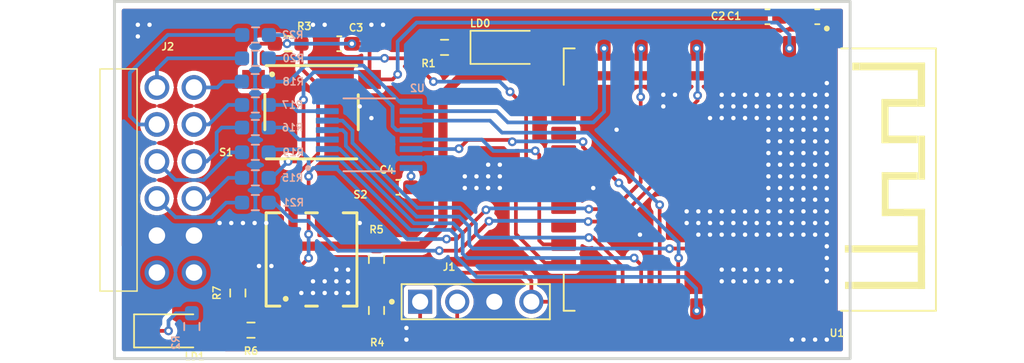
<source format=kicad_pcb>
(kicad_pcb (version 20240108) (generator "pcbnew") (generator_version "8.0")
  (title_block (title "PMOD ESP32 PROJECT PCB") (date "2024-10-21") (rev "0.1"))
  (layers (0 "F.Cu" signal) (31 "B.Cu" signal) (34 "B.Paste" user) (35 "F.Paste" user) (36 "B.SilkS" user "B.Silkscreen") (37 "F.SilkS" user "F.Silkscreen") (38 "B.Mask" user) (39 "F.Mask" user) (44 "Edge.Cuts" user))
  (net 0 "")
  (net 1 "/VCC3V3")
  (net 2 "/GND")
  (net 3 "/EN")
  (net 4 "/IO0")
  (net 5 "/TXD0")
  (net 6 "/RXD0")
  (net 7 "Net-(J2-Pad7)")
  (net 8 "Net-(J2-Pad10)")
  (net 9 "Net-(J2-Pad1)")
  (net 10 "Net-(J2-Pad2)")
  (net 11 "Net-(J2-Pad3)")
  (net 12 "Net-(J2-Pad9)")
  (net 13 "Net-(J2-Pad4)")
  (net 14 "Net-(J2-Pad8)")
  (net 15 "Net-(LD0-K)")
  (net 16 "/LD0")
  (net 17 "Net-(LD1-K)")
  (net 18 "/CTS{slash}SCK")
  (net 19 "/TXD{slash}MISO")
  (net 20 "/RXD{slash}MOSI")
  (net 21 "/RTS{slash}SS")
  (net 22 "/SELECT")
  (net 23 "/INT")
  (net 24 "/GPIO")
  (net 25 "Net-(R6-Pad1)")
  (net 26 "Net-(R4-Pad2)")
  (net 27 "/TXD")
  (net 31 "/MOSI")
  (net 33 "/SCK")
  (net 41 "/RTS")
  (net 44 "/SS")
  (net 49 "/CTS")
  (net 50 "/MISO")
  (net 51 "/RXD")
  (footprint "Resistor_SMD:R_0603_1608Metric_Pad0.98x0.95mm_HandSolder" (layer "F.Cu") (at 197.7 55 90)
    (property "Reference" "R7")
    (property "Value" "20K" (hide yes))
  )
  (footprint "Resistor_SMD:R_0603_1608Metric_Pad0.98x0.95mm_HandSolder" (layer "F.Cu") (at 198.6 57.55 180)
    (property "Reference" "R6")
    (property "Value" "5.6K" (hide yes))
  )
  (footprint "Capacitor_SMD:C_0603_1608Metric_Pad1.08x0.95mm_HandSolder" (layer "F.Cu") (at 204.65 37.9 180)
    (property "Reference" "C3")
    (property "Value" "10nF" (hide yes))
  )
  (footprint "m20-9740642:M209740642" (layer "F.Cu") (at 194.696 53.6 90)
    (property "Reference" "J2")
    (property "Value" "2x6 Pin Male Header, Through Hole" (hide yes))
  )
  (footprint "Resistor_SMD:R_0603_1608Metric_Pad0.98x0.95mm_HandSolder" (layer "F.Cu") (at 207.2 56.2 -90)
    (property "Reference" "R4")
    (property "Value" "1K" (hide yes))
  )
  (footprint "Capacitor_SMD:C_0603_1608Metric_Pad1.08x0.95mm_HandSolder" (layer "F.Cu") (at 208.7 47.75 180)
    (property "Reference" "C4")
    (property "Value" "100nF" (hide yes))
  )
  (footprint "Resistor_SMD:R_0603_1608Metric_Pad0.98x0.95mm_HandSolder" (layer "F.Cu") (at 207.2 52.7 90)
    (property "Reference" "R5")
    (property "Value" "20K" (hide yes))
  )
  (footprint "ESP-WROOM-32:MODULE_ESP-WROOM-32" (layer "F.Cu") (at 229.7775 47.22 -90)
    (property "Reference" "U1")
    (property "Value" "ESP-WROOM-32")
  )
  (footprint "Resistor_SMD:R_0603_1608Metric_Pad0.98x0.95mm_HandSolder" (layer "F.Cu") (at 201.15 37.9 180)
    (property "Reference" "R3")
    (property "Value" "10K" (hide yes))
  )
  (footprint "Capacitor_SMD:C_0603_1608Metric_Pad1.08x0.95mm_HandSolder" (layer "F.Cu") (at 233.9875 36.05)
    (property "Reference" "C2")
    (property "Value" "100nF" (hide yes))
  )
  (footprint "Capacitor_SMD:C_0603_1608Metric_Pad1.08x0.95mm_HandSolder" (layer "F.Cu") (at 237.4 36.05 180)
    (property "Reference" "C1")
    (property "Value" "10uF" (hide yes))
  )
  (footprint "LED_SMD:LED_1206_3216Metric_Pad1.42x1.75mm_HandSolder" (layer "F.Cu") (at 193.05 57.6)
    (property "Reference" "LD1")
    (property "Value" "Red Led" (hide yes))
  )
  (footprint "68001-204HLF:AMPHENOL_68001-204HLF" (layer "F.Cu") (at 214 55.6)
    (property "Reference" "J1")
    (property "Value" "4-Pin Male Header, Through Hole" (hide yes))
  )
  (footprint "Resistor_SMD:R_0603_1608Metric_Pad0.98x0.95mm_HandSolder" (layer "F.Cu") (at 211.8625 38.15 180)
    (property "Reference" "R1")
    (property "Value" "1.5K" (hide yes))
  )
  (footprint "418121270802:418121270802" (layer "F.Cu") (at 202.75 52.7)
    (property "Reference" "S2")
    (property "Value" "Dip Switch" (hide yes))
    (property "VALUE" "418121270802" (hide yes))
  )
  (footprint "LED_SMD:LED_1206_3216Metric_Pad1.42x1.75mm_HandSolder" (layer "F.Cu") (at 216.1 38.15)
    (property "Reference" "LD0")
    (property "Value" "Green Led" (hide yes))
  )
  (footprint "430182050816:430182050816" (layer "F.Cu") (at 202.75 42.6)
    (property "Reference" "S1")
    (property "Value" "Tactile Switch" (hide yes))
    (property "VALUE" "430182050816" (hide yes))
  )
  (footprint "Resistor_SMD:R_0603_1608Metric_Pad0.98x0.95mm_HandSolder" (layer "B.Cu") (at 198.9 48.8)
    (property "Reference" "R21")
    (property "Value" "200" (hide yes))
  )
  (footprint "Resistor_SMD:R_0603_1608Metric_Pad0.98x0.95mm_HandSolder" (layer "B.Cu") (at 198.9 38.9)
    (property "Reference" "R20")
    (property "Value" "200" (hide yes))
  )
  (footprint "Resistor_SMD:R_0603_1608Metric_Pad0.98x0.95mm_HandSolder" (layer "B.Cu") (at 198.9 42.1)
    (property "Reference" "R17")
    (property "Value" "200" (hide yes))
  )
  (footprint "Resistor_SMD:R_0603_1608Metric_Pad0.98x0.95mm_HandSolder" (layer "B.Cu") (at 194.55 57.3 -90)
    (property "Reference" "R2")
    (property "Value" "1.5K" (hide yes))
  )
  (footprint "TS3A5018PW:SOP65P640X120-16N" (layer "B.Cu") (at 206.7 44.15)
    (property "Reference" "U2")
    (property "Value" "TS3A5018PWR" (hide yes))
  )
  (footprint "Resistor_SMD:R_0603_1608Metric_Pad0.98x0.95mm_HandSolder" (layer "B.Cu") (at 198.9125 37.3)
    (property "Reference" "R22")
    (property "Value" "200" (hide yes))
  )
  (footprint "Resistor_SMD:R_0603_1608Metric_Pad0.98x0.95mm_HandSolder" (layer "B.Cu") (at 198.8875 40.5)
    (property "Reference" "R18")
    (property "Value" "200" (hide yes))
  )
  (footprint "Resistor_SMD:R_0603_1608Metric_Pad0.98x0.95mm_HandSolder" (layer "B.Cu") (at 198.9 45.35)
    (property "Reference" "R19")
    (property "Value" "200" (hide yes))
  )
  (footprint "Resistor_SMD:R_0603_1608Metric_Pad0.98x0.95mm_HandSolder" (layer "B.Cu") (at 198.9 43.65)
    (property "Reference" "R16")
    (property "Value" "200" (hide yes))
  )
  (footprint "Resistor_SMD:R_0603_1608Metric_Pad0.98x0.95mm_HandSolder" (layer "B.Cu") (at 198.9 47.1)
    (property "Reference" "R15")
    (property "Value" "200" (hide yes))
  )
  (gr_rect (start 189.25 35) (end 239.65 59.5) (stroke (width 0.2)) (fill none) (layer "Edge.Cuts"))
  (segment (start 201.48 47.17) (end 201.48 48.3) (width 0.254) (layer "F.Cu") (net 1))
  (segment (start 211.75 47.7) (end 211.7 47.75) (width 0.635) (layer "F.Cu") (net 1))
  (segment (start 210.2625 51.7875) (end 211.75 50.3) (width 0.635) (layer "F.Cu") (net 1))
  (segment (start 207.2 51.7875) (end 210.2625 51.7875) (width 0.635) (layer "F.Cu") (net 1))
  (segment (start 196 53.6) (end 197.8125 51.7875) (width 0.635) (layer "F.Cu") (net 1))
  (segment (start 213.05 40.1) (end 235.589106 40.1) (width 0.635) (layer "F.Cu") (net 1))
  (segment (start 236.7625 38.926606) (end 236.7625 38.22) (width 0.635) (layer "F.Cu") (net 1))
  (segment (start 201.48 51.7575) (end 201.48 48.3) (width 0.635) (layer "F.Cu") (net 1))
  (segment (start 194.696 53.6) (end 196 53.6) (width 0.635) (layer "F.Cu") (net 1))
  (segment (start 235.589106 40.1) (end 236.7625 38.926606) (width 0.635) (layer "F.Cu") (net 1))
  (segment (start 234.85 36.05) (end 236.5375 36.05) (width 0.635) (layer "F.Cu") (net 1))
  (segment (start 209.564382 47.748118) (end 209.5625 47.75) (width 0.254) (layer "F.Cu") (net 1))
  (segment (start 211.75 50.3) (end 211.75 47.7) (width 0.635) (layer "F.Cu") (net 1))
  (segment (start 236.7625 38.22) (end 236.7625 36.275) (width 0.635) (layer "F.Cu") (net 1))
  (segment (start 211.75 47.7) (end 211.75 41.4) (width 0.635) (layer "F.Cu") (net 1))
  (segment (start 211.75 41.4) (end 213.05 40.1) (width 0.635) (layer "F.Cu") (net 1))
  (segment (start 211.7 47.75) (end 209.5625 47.75) (width 0.635) (layer "F.Cu") (net 1))
  (segment (start 201.45 51.7875) (end 207.2 51.7875) (width 0.635) (layer "F.Cu") (net 1))
  (segment (start 203.2 45.45) (end 201.48 47.17) (width 0.254) (layer "F.Cu") (net 1))
  (segment (start 236.7625 36.275) (end 236.5375 36.05) (width 0.635) (layer "F.Cu") (net 1))
  (segment (start 202.0625 39.6125) (end 203.2 40.75) (width 0.254) (layer "F.Cu") (net 1))
  (segment (start 202.0625 37.9) (end 202.0625 39.6125) (width 0.254) (layer "F.Cu") (net 1))
  (segment (start 201.45 51.7875) (end 201.48 51.7575) (width 0.635) (layer "F.Cu") (net 1))
  (segment (start 209.564382 46.985618) (end 209.564382 47.748118) (width 0.254) (layer "F.Cu") (net 1))
  (segment (start 203.2 40.75) (end 203.2 45.45) (width 0.254) (layer "F.Cu") (net 1))
  (segment (start 197.8125 51.7875) (end 201.45 51.7875) (width 0.635) (layer "F.Cu") (net 1))
  (via (at 209.564382 46.985618) (size 0.6) (drill 0.3) (layers "F.Cu" "B.Cu") (net 1))
  (segment (start 209.57 46.98) (end 209.564382 46.985618) (width 0.254) (layer "B.Cu") (net 1))
  (segment (start 209.57 46.425) (end 209.57 46.98) (width 0.254) (layer "B.Cu") (net 1))
  (via (at 229.25 49.4) (size 0.6) (drill 0.3) (layers "F.Cu" "B.Cu") (net 2))
  (via (at 237.25 51) (size 0.6) (drill 0.3) (layers "F.Cu" "B.Cu") (net 2))
  (via (at 236.45 47) (size 0.6) (drill 0.3) (layers "F.Cu" "B.Cu") (net 2))
  (via (at 230.05 43) (size 0.6) (drill 0.3) (layers "F.Cu" "B.Cu") (net 2))
  (via (at 235.65 47.8) (size 0.6) (drill 0.3) (layers "F.Cu" "B.Cu") (net 2))
  (via (at 238.05 50.2) (size 0.6) (drill 0.3) (layers "F.Cu" "B.Cu") (net 2))
  (via (at 232.45 51) (size 0.6) (drill 0.3) (layers "F.Cu" "B.Cu") (net 2))
  (via (at 234.05 42.2) (size 0.6) (drill 0.3) (layers "F.Cu" "B.Cu") (net 2))
  (via (at 232.45 50.2) (size 0.6) (drill 0.3) (layers "F.Cu" "B.Cu") (net 2))
  (via (at 232.45 43) (size 0.6) (drill 0.3) (layers "F.Cu" "B.Cu") (net 2))
  (via (at 229.25 51) (size 0.6) (drill 0.3) (layers "F.Cu" "B.Cu") (net 2))
  (via (at 234.85 42.2) (size 0.6) (drill 0.3) (layers "F.Cu" "B.Cu") (net 2))
  (via (at 234.85 53.4) (size 0.6) (drill 0.3) (layers "F.Cu" "B.Cu") (net 2))
  (via (at 234.85 41.4) (size 0.6) (drill 0.3) (layers "F.Cu" "B.Cu") (net 2))
  (via (at 202.85 36.6) (size 0.6) (drill 0.3) (layers "F.Cu" "B.Cu") (net 2))
  (via (at 234.85 43) (size 0.6) (drill 0.3) (layers "F.Cu" "B.Cu") (net 2))
  (via (at 191.65 36.6) (size 0.6) (drill 0.3) (layers "F.Cu" "B.Cu") (net 2))
  (via (at 234.05 51) (size 0.6) (drill 0.3) (layers "F.Cu" "B.Cu") (net 2))
  (via (at 206.05 42.2) (size 0.6) (drill 0.3) (layers "F.Cu" "B.Cu") (net 2))
  (via (at 234.85 45.4) (size 0.6) (drill 0.3) (layers "F.Cu" "B.Cu") (net 2))
  (via (at 234.05 46.2) (size 0.6) (drill 0.3) (layers "F.Cu" "B.Cu") (net 2))
  (via (at 236.45 41.4) (size 0.6) (drill 0.3) (layers "F.Cu" "B.Cu") (net 2))
  (via (at 233.25 41.4) (size 0.6) (drill 0.3) (layers "F.Cu" "B.Cu") (net 2))
  (via (at 237.25 41.4) (size 0.6) (drill 0.3) (layers "F.Cu" "B.Cu") (net 2))
  (via (at 233.25 43) (size 0.6) (drill 0.3) (layers "F.Cu" "B.Cu") (net 2))
  (via (at 203.65 54.2) (size 0.6) (drill 0.3) (layers "F.Cu" "B.Cu") (net 2))
  (via (at 226.85 41.4) (size 0.6) (drill 0.3) (layers "F.Cu" "B.Cu") (net 2))
  (via (at 232.45 49.4) (size 0.6) (drill 0.3) (layers "F.Cu" "B.Cu") (net 2))
  (via (at 234.05 54.2) (size 0.6) (drill 0.3) (layers "F.Cu" "B.Cu") (net 2))
  (via (at 230.85 53.4) (size 0.6) (drill 0.3) (layers "F.Cu" "B.Cu") (net 2))
  (via (at 203.65 36.6) (size 0.6) (drill 0.3) (layers "F.Cu" "B.Cu") (net 2))
  (via (at 235.65 45.4) (size 0.6) (drill 0.3) (layers "F.Cu" "B.Cu") (net 2))
  (via (at 235.65 43) (size 0.6) (drill 0.3) (layers "F.Cu" "B.Cu") (net 2))
  (via (at 234.05 43.8) (size 0.6) (drill 0.3) (layers "F.Cu" "B.Cu") (net 2))
  (via (at 230.85 50.2) (size 0.6) (drill 0.3) (layers "F.Cu" "B.Cu") (net 2))
  (via (at 235.65 47) (size 0.6) (drill 0.3) (layers "F.Cu" "B.Cu") (net 2))
  (via (at 238.05 43) (size 0.6) (drill 0.3) (layers "F.Cu" "B.Cu") (net 2))
  (via (at 197.25 50.2) (size 0.6) (drill 0.3) (layers "F.Cu" "B.Cu") (net 2))
  (via (at 234.05 44.6) (size 0.6) (drill 0.3) (layers "F.Cu" "B.Cu") (net 2))
  (via (at 238.05 41.4) (size 0.6) (drill 0.3) (layers "F.Cu" "B.Cu") (net 2))
  (via (at 235.65 41.4) (size 0.6) (drill 0.3) (layers "F.Cu" "B.Cu") (net 2))
  (via (at 222.05 47.8) (size 0.6) (drill 0.3) (layers "F.Cu" "B.Cu") (net 2))
  (via (at 236.45 58.2) (size 0.6) (drill 0.3) (layers "F.Cu" "B.Cu") (net 2))
  (via (at 237.25 48.6) (size 0.6) (drill 0.3) (layers "F.Cu" "B.Cu") (net 2))
  (via (at 235.65 48.6) (size 0.6) (drill 0.3) (layers "F.Cu" "B.Cu") (net 2))
  (via (at 232.45 54.2) (size 0.6) (drill 0.3) (layers "F.Cu" "B.Cu") (net 2))
  (via (at 232.45 42.2) (size 0.6) (drill 0.3) (layers "F.Cu" "B.Cu") (net 2))
  (via (at 215.65 47.8) (size 0.6) (drill 0.3) (layers "F.Cu" "B.Cu") (net 2))
  (via (at 234.85 54.2) (size 0.6) (drill 0.3) (layers "F.Cu" "B.Cu") (net 2))
  (via (at 230.85 42.2) (size 0.6) (drill 0.3) (layers "F.Cu" "B.Cu") (net 2))
  (via (at 214.05 47) (size 0.6) (drill 0.3) (layers "F.Cu" "B.Cu") (net 2))
  (via (at 190.85 37.4) (size 0.6) (drill 0.3) (layers "F.Cu" "B.Cu") (net 2))
  (via (at 237.25 45.4) (size 0.6) (drill 0.3) (layers "F.Cu" "B.Cu") (net 2))
  (via (at 198.05 50.2) (size 0.6) (drill 0.3) (layers "F.Cu" "B.Cu") (net 2))
  (via (at 236.45 46.2) (size 0.6) (drill 0.3) (layers "F.Cu" "B.Cu") (net 2))
  (via (at 228.45 50.2) (size 0.6) (drill 0.3) (layers "F.Cu" "B.Cu") (net 2))
  (via (at 232.45 41.4) (size 0.6) (drill 0.3) (layers "F.Cu" "B.Cu") (net 2))
  (via (at 205.25 54.2) (size 0.6) (drill 0.3) (layers "F.Cu" "B.Cu") (net 2))
  (via (at 209.25 58.2) (size 0.6) (drill 0.3) (layers "F.Cu" "B.Cu") (net 2))
  (via (at 234.05 47) (size 0.6) (drill 0.3) (layers "F.Cu" "B.Cu") (net 2))
  (via (at 227.65 41.4) (size 0.6) (drill 0.3) (layers "F.Cu" "B.Cu") (net 2))
  (via (at 236.45 43) (size 0.6) (drill 0.3) (layers "F.Cu" "B.Cu") (net 2))
  (via (at 234.85 50.2) (size 0.6) (drill 0.3) (layers "F.Cu" "B.Cu") (net 2))
  (via (at 235.65 49.4) (size 0.6) (drill 0.3) (layers "F.Cu" "B.Cu") (net 2))
  (via (at 234.85 48.6) (size 0.6) (drill 0.3) (layers "F.Cu" "B.Cu") (net 2))
  (via (at 205.25 53.4) (size 0.6) (drill 0.3) (layers "F.Cu" "B.Cu") (net 2))
  (via (at 231.65 42.2) (size 0.6) (drill 0.3) (layers "F.Cu" "B.Cu") (net 2))
  (via (at 238.05 53.4) (size 0.6) (drill 0.3) (layers "F.Cu" "B.Cu") (net 2))
  (via (at 238.05 52.6) (size 0.6) (drill 0.3) (layers "F.Cu" "B.Cu") (net 2))
  (via (at 234.05 41.4) (size 0.6) (drill 0.3) (layers "F.Cu" "B.Cu") (net 2))
  (via (at 235.65 54.2) (size 0.6) (drill 0.3) (layers "F.Cu" "B.Cu") (net 2))
  (via (at 200 53.15) (size 0.6) (drill 0.3) (layers "F.Cu" "B.Cu") (net 2))
  (via (at 235.65 46.2) (size 0.6) (drill 0.3) (layers "F.Cu" "B.Cu") (net 2))
  (via (at 223.65 43.8) (size 0.6) (drill 0.3) (layers "F.Cu" "B.Cu") (net 2))
  (via (at 209.25 57.4) (size 0.6) (drill 0.3) (layers "F.Cu" "B.Cu") (net 2))
  (via (at 234.85 46.2) (size 0.6) (drill 0.3) (layers "F.Cu" "B.Cu") (net 2))
  (via (at 230.85 41.4) (size 0.6) (drill 0.3) (layers "F.Cu" "B.Cu") (net 2))
  (via (at 238.05 43.8) (size 0.6) (drill 0.3) (layers "F.Cu" "B.Cu") (net 2))
  (via (at 230.85 54.2) (size 0.6) (drill 0.3) (layers "F.Cu" "B.Cu") (net 2))
  (via (at 231.65 50.2) (size 0.6) (drill 0.3) (layers "F.Cu" "B.Cu") (net 2))
  (via (at 236.45 49.4) (size 0.6) (drill 0.3) (layers "F.Cu" "B.Cu") (net 2))
  (via (at 202.05 55) (size 0.6) (drill 0.3) (layers "F.Cu" "B.Cu") (net 2))
  (via (at 215.65 46.2) (size 0.6) (drill 0.3) (layers "F.Cu" "B.Cu") (net 2))
  (via (at 237.25 42.2) (size 0.6) (drill 0.3) (layers "F.Cu" "B.Cu") (net 2))
  (via (at 230.85 43) (size 0.6) (drill 0.3) (layers "F.Cu" "B.Cu") (net 2))
  (via (at 236.45 45.4) (size 0.6) (drill 0.3) (layers "F.Cu" "B.Cu") (net 2))
  (via (at 236.45 43.8) (size 0.6) (drill 0.3) (layers "F.Cu" "B.Cu") (net 2))
  (via (at 238.05 40.6) (size 0.6) (drill 0.3) (layers "F.Cu" "B.Cu") (net 2))
  (via (at 206.85 43) (size 0.6) (drill 0.3) (layers "F.Cu" "B.Cu") (net 2))
  (via (at 238.05 51) (size 0.6) (drill 0.3) (layers "F.Cu" "B.Cu") (net 2))
  (via (at 237.25 50.2) (size 0.6) (drill 0.3) (layers "F.Cu" "B.Cu") (net 2))
  (via (at 232.45 53.4) (size 0.6) (drill 0.3) (layers "F.Cu" "B.Cu") (net 2))
  (via (at 206.05 50.2) (size 0.6) (drill 0.3) (layers "F.Cu" "B.Cu") (net 2))
  (via (at 237.25 43) (size 0.6) (drill 0.3) (layers "F.Cu" "B.Cu") (net 2))
  (via (at 214.85 47.8) (size 0.6) (drill 0.3) (layers "F.Cu" "B.Cu") (net 2))
  (via (at 238.05 49.4) (size 0.6) (drill 0.3) (layers "F.Cu" "B.Cu") (net 2))
  (via (at 190.85 36.6) (size 0.6) (drill 0.3) (layers "F.Cu" "B.Cu") (net 2))
  (via (at 238.05 58.2) (size 0.6) (drill 0.3) (layers "F.Cu" "B.Cu") (net 2))
  (via (at 238.05 45.4) (size 0.6) (drill 0.3) (layers "F.Cu" "B.Cu") (net 2))
  (via (at 225.25 51) (size 0.6) (drill 0.3) (layers "F.Cu" "B.Cu") (net 2))
  (via (at 231.65 51) (size 0.6) (drill 0.3) (layers "F.Cu" "B.Cu") (net 2))
  (via (at 215.65 47) (size 0.6) (drill 0.3) (layers "F.Cu" "B.Cu") (net 2))
  (via (at 205.25 55) (size 0.6) (drill 0.3) (layers "F.Cu" "B.Cu") (net 2))
  (via (at 226.85 42.2) (size 0.6) (drill 0.3) (layers "F.Cu" "B.Cu") (net 2))
  (via (at 207.65 36.6) (size 0.6) (drill 0.3) (layers "F.Cu" "B.Cu") (net 2))
  (via (at 233.25 53.4) (size 0.6) (drill 0.3) (layers "F.Cu" "B.Cu") (net 2))
  (via (at 233.25 49.4) (size 0.6) (drill 0.3) (layers "F.Cu" "B.Cu") (net 2))
  (via (at 196.45 50.2) (size 0.6) (drill 0.3) (layers "F.Cu" "B.Cu") (net 2))
  (via (at 238.05 47.8) (size 0.6) (drill 0.3) (layers "F.Cu" "B.Cu") (net 2))
  (via (at 236.45 48.6) (size 0.6) (drill 0.3) (layers "F.Cu" "B.Cu") (net 2))
  (via (at 213.25 47) (size 0.6) (drill 0.3) (layers "F.Cu" "B.Cu") (net 2))
  (via (at 202.85 54.2) (size 0.6) (drill 0.3) (layers "F.Cu" "B.Cu") (net 2))
  (via (at 234.05 47.8) (size 0.6) (drill 0.3) (layers "F.Cu" "B.Cu") (net 2))
  (via (at 238.05 51.8) (size 0.6) (drill 0.3) (layers "F.Cu" "B.Cu") (net 2))
  (via (at 234.85 44.6) (size 0.6) (drill 0.3) (layers "F.Cu" "B.Cu") (net 2))
  (via (at 233.25 42.2) (size 0.6) (drill 0.3) (layers "F.Cu" "B.Cu") (net 2))
  (via (at 234.85 47) (size 0.6) (drill 0.3) (layers "F.Cu" "B.Cu") (net 2))
  (via (at 236.45 47.8) (size 0.6) (drill 0.3) (layers "F.Cu" "B.Cu") (net 2))
  (via (at 234.85 51) (size 0.6) (drill 0.3) (layers "F.Cu" "B.Cu") (net 2))
  (via (at 236.45 51) (size 0.6) (drill 0.3) (layers "F.Cu" "B.Cu") (net 2))
  (via (at 238.05 48.6) (size 0.6) (drill 0.3) (layers "F.Cu" "B.Cu") (net 2))
  (via (at 238.05 54.2) (size 0.6) (drill 0.3) (layers "F.Cu" "B.Cu") (net 2))
  (via (at 237.25 49.4) (size 0.6) (drill 0.3) (layers "F.Cu" "B.Cu") (net 2))
  (via (at 230.85 49.4) (size 0.6) (drill 0.3) (layers "F.Cu" "B.Cu") (net 2))
  (via (at 236.45 50.2) (size 0.6) (drill 0.3) (layers "F.Cu" "B.Cu") (net 2))
  (via (at 199.15 53.15) (size 0.6) (drill 0.3) (layers "F.Cu" "B.Cu") (net 2))
  (via (at 202.85 55) (size 0.6) (drill 0.3) (layers "F.Cu" "B.Cu") (net 2))
  (via (at 238.05 44.6) (size 0.6) (drill 0.3) (layers "F.Cu" "B.Cu") (net 2))
  (via (at 238.05 47) (size 0.6) (drill 0.3) (layers "F.Cu" "B.Cu") (net 2))
  (via (at 235.65 44.6) (size 0.6) (drill 0.3) (layers "F.Cu" "B.Cu") (net 2))
  (via (at 237.25 44.6) (size 0.6) (drill 0.3) (layers "F.Cu" "B.Cu") (net 2))
  (via (at 234.05 45.4) (size 0.6) (drill 0.3) (layers "F.Cu" "B.Cu") (net 2))
  (via (at 236.45 42.2) (size 0.6) (drill 0.3) (layers "F.Cu" "B.Cu") (net 2))
  (via (at 234.05 53.4) (size 0.6) (drill 0.3) (layers "F.Cu" "B.Cu") (net 2))
  (via (at 214.85 46.2) (size 0.6) (drill 0.3) (layers "F.Cu" "B.Cu") (net 2))
  (via (at 235.65 51) (size 0.6) (drill 0.3) (layers "F.Cu" "B.Cu") (net 2))
  (via (at 230.05 51) (size 0.6) (drill 0.3) (layers "F.Cu" "B.Cu") (net 2))
  (via (at 230.05 50.2) (size 0.6) (drill 0.3) (layers "F.Cu" "B.Cu") (net 2))
  (via (at 237.25 47) (size 0.6) (drill 0.3) (layers "F.Cu" "B.Cu") (net 2))
  (via (at 204.45 53.4) (size 0.6) (drill 0.3) (layers "F.Cu" "B.Cu") (net 2))
  (via (at 214.05 47.8) (size 0.6) (drill 0.3) (layers "F.Cu" "B.Cu") (net 2))
  (via (at 234.85 49.4) (size 0.6) (drill 0.3) (layers "F.Cu" "B.Cu") (net 2))
  (via (at 235.65 43.8) (size 0.6) (drill 0.3) (layers "F.Cu" "B.Cu") (net 2))
  (via (at 231.65 54.2) (size 0.6) (drill 0.3) (layers "F.Cu" "B.Cu") (net 2))
  (via (at 231.65 53.4) (size 0.6) (drill 0.3) (layers "F.Cu" "B.Cu") (net 2))
  (via (at 234.85 43.8) (size 0.6) (drill 0.3) (layers "F.Cu" "B.Cu") (net 2))
  (via (at 237.25 43.8) (size 0.6) (drill 0.3) (layers "F.Cu" "B.Cu") (net 2))
  (via (at 237.25 47.8) (size 0.6) (drill 0.3) (layers "F.Cu" "B.Cu") (net 2))
  (via (at 234.05 50.2) (size 0.6) (drill 0.3) (layers "F.Cu" "B.Cu") (net 2))
  (via (at 237.25 46.2) (size 0.6) (drill 0.3) (layers "F.Cu" "B.Cu") (net 2))
  (via (at 213.25 47.8) (size 0.6) (drill 0.3) (layers "F.Cu" "B.Cu") (net 2))
  (via (at 238.05 42.2) (size 0.6) (drill 0.3) (layers "F.Cu" "B.Cu") (net 2))
  (via (at 199.65 50.2) (size 0.6) (drill 0.3) (layers "F.Cu" "B.Cu") (net 2))
  (via (at 238.05 46.2) (size 0.6) (drill 0.3) (layers "F.Cu" "B.Cu") (net 2))
  (via (at 234.05 43) (size 0.6) (drill 0.3) (layers "F.Cu" "B.Cu") (net 2))
  (via (at 235.65 42.2) (size 0.6) (drill 0.3) (layers "F.Cu" "B.Cu") (net 2))
  (via (at 230.85 51) (size 0.6) (drill 0.3) (layers "F.Cu" "B.Cu") (net 2))
  (via (at 234.05 49.4) (size 0.6) (drill 0.3) (layers "F.Cu" "B.Cu") (net 2))
  (via (at 233.25 54.2) (size 0.6) (drill 0.3) (layers "F.Cu" "B.Cu") (net 2))
  (via (at 234.05 48.6) (size 0.6) (drill 0.3) (layers "F.Cu" "B.Cu") (net 2))
  (via (at 235.65 58.2) (size 0.6) (drill 0.3) (layers "F.Cu" "B.Cu") (net 2))
  (via (at 231.65 41.4) (size 0.6) (drill 0.3) (layers "F.Cu" "B.Cu") (net 2))
  (via (at 198.85 50.2) (size 0.6) (drill 0.3) (layers "F.Cu" "B.Cu") (net 2))
  (via (at 237.25 58.2) (size 0.6) (drill 0.3) (layers "F.Cu" "B.Cu") (net 2))
  (via (at 234.85 47.8) (size 0.6) (drill 0.3) (layers "F.Cu" "B.Cu") (net 2))
  (via (at 233.25 51) (size 0.6) (drill 0.3) (layers "F.Cu" "B.Cu") (net 2))
  (via (at 230.05 49.4) (size 0.6) (drill 0.3) (layers "F.Cu" "B.Cu") (net 2))
  (via (at 228.45 49.4) (size 0.6) (drill 0.3) (layers "F.Cu" "B.Cu") (net 2))
  (via (at 204.45 54.2) (size 0.6) (drill 0.3) (layers "F.Cu" "B.Cu") (net 2))
  (via (at 214.85 47) (size 0.6) (drill 0.3) (layers "F.Cu" "B.Cu") (net 2))
  (via (at 203.65 55) (size 0.6) (drill 0.3) (layers "F.Cu" "B.Cu") (net 2))
  (via (at 236.45 44.6) (size 0.6) (drill 0.3) (layers "F.Cu" "B.Cu") (net 2))
  (via (at 204.45 55) (size 0.6) (drill 0.3) (layers "F.Cu" "B.Cu") (net 2))
  (via (at 231.65 43) (size 0.6) (drill 0.3) (layers "F.Cu" "B.Cu") (net 2))
  (via (at 235.65 50.2) (size 0.6) (drill 0.3) (layers "F.Cu" "B.Cu") (net 2))
  (via (at 231.65 49.4) (size 0.6) (drill 0.3) (layers "F.Cu" "B.Cu") (net 2))
  (via (at 206.85 36.6) (size 0.6) (drill 0.3) (layers "F.Cu" "B.Cu") (net 2))
  (via (at 233.25 50.2) (size 0.6) (drill 0.3) (layers "F.Cu" "B.Cu") (net 2))
  (via (at 229.25 50.2) (size 0.6) (drill 0.3) (layers "F.Cu" "B.Cu") (net 2))
  (segment (start 200.2375 37.9) (end 201.075 37.9) (width 0.254) (layer "F.Cu") (net 3))
  (segment (start 206.35 37.9) (end 206.725 38.275) (width 0.254) (layer "F.Cu") (net 3))
  (segment (start 199.2 37.9) (end 198.775 38.325) (width 0.254) (layer "F.Cu") (net 3))
  (segment (start 206.725 40.35) (end 208.3 40.35) (width 0.254) (layer "F.Cu") (net 3))
  (segment (start 208.3 40.35) (end 208.65 40) (width 0.254) (layer "F.Cu") (net 3))
  (segment (start 206.725 38.275) (end 206.725 40.35) (width 0.254) (layer "F.Cu") (net 3))
  (segment (start 205.5125 37.9) (end 206.35 37.9) (width 0.254) (layer "F.Cu") (net 3))
  (segment (start 200.2375 37.9) (end 199.2 37.9) (width 0.254) (layer "F.Cu") (net 3))
  (segment (start 198.775 38.325) (end 198.775 40.35) (width 0.254) (layer "F.Cu") (net 3))
  (via (at 208.65 40) (size 0.6) (drill 0.3) (layers "F.Cu" "B.Cu") (net 3))
  (via (at 205.5125 37.9) (size 0.6) (drill 0.3) (layers "F.Cu" "B.Cu") (net 3))
  (via (at 201.075 37.9) (size 0.6) (drill 0.3) (layers "F.Cu" "B.Cu") (net 3))
  (via (at 235.4925 38.22) (size 0.6) (drill 0.3) (layers "F.Cu" "B.Cu") (net 3))
  (segment (start 201.075 37.9) (end 201.075 37.475) (width 0.254) (layer "B.Cu") (net 3))
  (segment (start 209.95 36.45) (end 234.65 36.45) (width 0.254) (layer "B.Cu") (net 3))
  (segment (start 201.075 37.475) (end 200.9 37.3) (width 0.254) (layer "B.Cu") (net 3))
  (segment (start 234.65 36.45) (end 235.4925 37.2925) (width 0.254) (layer "B.Cu") (net 3))
  (segment (start 208.65 40) (end 208.65 37.75) (width 0.254) (layer "B.Cu") (net 3))
  (segment (start 200.9 37.3) (end 199.825 37.3) (width 0.254) (layer "B.Cu") (net 3))
  (segment (start 208.65 37.75) (end 209.95 36.45) (width 0.254) (layer "B.Cu") (net 3))
  (segment (start 201.075 37.9) (end 205.5125 37.9) (width 0.254) (layer "B.Cu") (net 3))
  (segment (start 235.4925 37.2925) (end 235.4925 38.22) (width 0.254) (layer "B.Cu") (net 3))
  (segment (start 217.81 55.6) (end 219 55.6) (width 0.254) (layer "F.Cu") (net 4))
  (segment (start 219 55.6) (end 219.62 56.22) (width 0.254) (layer "F.Cu") (net 4))
  (segment (start 217.2625 53.6125) (end 207.2 53.6125) (width 0.254) (layer "F.Cu") (net 4))
  (segment (start 219.62 56.22) (end 221.5225 56.22) (width 0.254) (layer "F.Cu") (net 4))
  (segment (start 217.81 55.6) (end 217.81 54.16) (width 0.254) (layer "F.Cu") (net 4))
  (segment (start 217.81 54.16) (end 217.2625 53.6125) (width 0.254) (layer "F.Cu") (net 4))
  (segment (start 207.2 53.6125) (end 207.2 55.2875) (width 0.254) (layer "F.Cu") (net 4))
  (segment (start 210.19 55.6) (end 210.19 56.79) (width 0.254) (layer "F.Cu") (net 5))
  (segment (start 211.604 58.204) (end 233.346 58.204) (width 0.254) (layer "F.Cu") (net 5))
  (segment (start 233.346 58.204) (end 234.2225 57.3275) (width 0.254) (layer "F.Cu") (net 5))
  (segment (start 234.2225 57.3275) (end 234.2225 56.22) (width 0.254) (layer "F.Cu") (net 5))
  (segment (start 210.19 56.79) (end 211.604 58.204) (width 0.254) (layer "F.Cu") (net 5))
  (segment (start 212.73 57.03) (end 213.45 57.75) (width 0.254) (layer "F.Cu") (net 6))
  (segment (start 212.73 55.6) (end 212.73 57.03) (width 0.254) (layer "F.Cu") (net 6))
  (segment (start 213.45 57.75) (end 232.6 57.75) (width 0.254) (layer "F.Cu") (net 6))
  (segment (start 232.9525 57.3975) (end 232.9525 56.22) (width 0.254) (layer "F.Cu") (net 6))
  (segment (start 232.6 57.75) (end 232.9525 57.3975) (width 0.254) (layer "F.Cu") (net 6))
  (segment (start 192.156 39.644) (end 192.9 38.9) (width 0.254) (layer "B.Cu") (net 7))
  (segment (start 192.156 40.9) (end 192.156 39.644) (width 0.254) (layer "B.Cu") (net 7))
  (segment (start 192.9 38.9) (end 197.9875 38.9) (width 0.254) (layer "B.Cu") (net 7))
  (segment (start 193.436 49.8) (end 195.9 49.8) (width 0.254) (layer "B.Cu") (net 8))
  (segment (start 195.9 49.8) (end 196.9 48.8) (width 0.254) (layer "B.Cu") (net 8))
  (segment (start 192.156 48.52) (end 193.436 49.8) (width 0.254) (layer "B.Cu") (net 8))
  (segment (start 196.9 48.8) (end 197.9875 48.8) (width 0.254) (layer "B.Cu") (net 8))
  (segment (start 196.7 40.5) (end 197.975 40.5) (width 0.254) (layer "B.Cu") (net 9))
  (segment (start 194.696 40.9) (end 196.3 40.9) (width 0.254) (layer "B.Cu") (net 9))
  (segment (start 196.3 40.9) (end 196.7 40.5) (width 0.254) (layer "B.Cu") (net 9))
  (segment (start 197.05 42.1) (end 197.9875 42.1) (width 0.254) (layer "B.Cu") (net 10))
  (segment (start 194.696 43.44) (end 195.71 43.44) (width 0.254) (layer "B.Cu") (net 10))
  (segment (start 195.71 43.44) (end 197.05 42.1) (width 0.254) (layer "B.Cu") (net 10))
  (segment (start 196.25 44) (end 196.6 43.65) (width 0.254) (layer "B.Cu") (net 11))
  (segment (start 196.25 45.3) (end 196.25 44) (width 0.254) (layer "B.Cu") (net 11))
  (segment (start 196.6 43.65) (end 197.9875 43.65) (width 0.254) (layer "B.Cu") (net 11))
  (segment (start 195.57 45.98) (end 196.25 45.3) (width 0.254) (layer "B.Cu") (net 11))
  (segment (start 194.696 45.98) (end 195.57 45.98) (width 0.254) (layer "B.Cu") (net 11))
  (segment (start 197.25 45.35) (end 197.9875 45.35) (width 0.254) (layer "B.Cu") (net 12))
  (segment (start 195.35 47.25) (end 197.25 45.35) (width 0.254) (layer "B.Cu") (net 12))
  (segment (start 193.426 47.25) (end 195.35 47.25) (width 0.254) (layer "B.Cu") (net 12))
  (segment (start 192.156 45.98) (end 193.426 47.25) (width 0.254) (layer "B.Cu") (net 12))
  (segment (start 197.05 47.1) (end 197.9875 47.1) (width 0.254) (layer "B.Cu") (net 13))
  (segment (start 195.63 48.52) (end 197.05 47.1) (width 0.254) (layer "B.Cu") (net 13))
  (segment (start 194.696 48.52) (end 195.63 48.52) (width 0.254) (layer "B.Cu") (net 13))
  (segment (start 190.3 42.85) (end 190.3 39.9) (width 0.254) (layer "B.Cu") (net 14))
  (segment (start 190.3 39.9) (end 192.9 37.3) (width 0.254) (layer "B.Cu") (net 14))
  (segment (start 192.9 37.3) (end 198 37.3) (width 0.254) (layer "B.Cu") (net 14))
  (segment (start 190.89 43.44) (end 190.3 42.85) (width 0.254) (layer "B.Cu") (net 14))
  (segment (start 192.156 43.44) (end 190.89 43.44) (width 0.254) (layer "B.Cu") (net 14))
  (segment (start 212.775 38.15) (end 214.6125 38.15) (width 0.635) (layer "F.Cu") (net 15))
  (segment (start 221.5225 38.22) (end 217.6575 38.22) (width 0.635) (layer "F.Cu") (net 16))
  (segment (start 217.6575 38.22) (end 217.5875 38.15) (width 0.635) (layer "F.Cu") (net 16))
  (segment (start 191.5625 57.6) (end 192.95 57.6) (width 0.254) (layer "F.Cu") (net 17))
  (via (at 192.95 57.6) (size 0.6) (drill 0.3) (layers "F.Cu" "B.Cu") (net 17))
  (segment (start 192.95 57.6) (end 192.95 56.9) (width 0.254) (layer "B.Cu") (net 17))
  (segment (start 193.4625 56.3875) (end 194.55 56.3875) (width 0.254) (layer "B.Cu") (net 17))
  (segment (start 192.95 56.9) (end 193.4625 56.3875) (width 0.254) (layer "B.Cu") (net 17))
  (segment (start 202.2 45.55) (end 202.2 41.75) (width 0.254) (layer "F.Cu") (net 18))
  (segment (start 201.773 45.977) (end 202.2 45.55) (width 0.254) (layer "F.Cu") (net 18))
  (segment (start 201.15 45.977) (end 201.773 45.977) (width 0.254) (layer "F.Cu") (net 18))
  (via (at 202.2 41.75) (size 0.6) (drill 0.3) (layers "F.Cu" "B.Cu") (net 18))
  (via (at 201.15 45.977) (size 0.6) (drill 0.3) (layers "F.Cu" "B.Cu") (net 18))
  (segment (start 202.896 39.854) (end 202.2 40.55) (width 0.254) (layer "B.Cu") (net 18))
  (segment (start 208.3 43.55) (end 208.3 42.2) (width 0.254) (layer "B.Cu") (net 18))
  (segment (start 205.954 39.854) (end 202.896 39.854) (width 0.254) (layer "B.Cu") (net 18))
  (segment (start 200.027 47.1) (end 199.8125 47.1) (width 0.254) (layer "B.Cu") (net 18))
  (segment (start 208.575 43.825) (end 208.3 43.55) (width 0.254) (layer "B.Cu") (net 18))
  (segment (start 208.3 42.2) (end 205.954 39.854) (width 0.254) (layer "B.Cu") (net 18))
  (segment (start 201.15 45.977) (end 200.027 47.1) (width 0.254) (layer "B.Cu") (net 18))
  (segment (start 202.2 40.55) (end 202.2 41.75) (width 0.254) (layer "B.Cu") (net 18))
  (segment (start 209.57 43.825) (end 208.575 43.825) (width 0.254) (layer "B.Cu") (net 18))
  (segment (start 201.05 43.65) (end 201.875 44.475) (width 0.254) (layer "B.Cu") (net 19))
  (segment (start 201.875 44.475) (end 203.83 44.475) (width 0.254) (layer "B.Cu") (net 19))
  (segment (start 199.8125 43.65) (end 201.05 43.65) (width 0.254) (layer "B.Cu") (net 19))
  (segment (start 201.775 42.525) (end 203.83 42.525) (width 0.254) (layer "B.Cu") (net 20))
  (segment (start 201.35 42.1) (end 201.775 42.525) (width 0.254) (layer "B.Cu") (net 20))
  (segment (start 199.8125 42.1) (end 201.35 42.1) (width 0.254) (layer "B.Cu") (net 20))
  (segment (start 202.3 39.4) (end 206.3 39.4) (width 0.254) (layer "B.Cu") (net 21))
  (segment (start 199.8 40.5) (end 201.2 40.5) (width 0.254) (layer "B.Cu") (net 21))
  (segment (start 206.3 39.4) (end 208.775 41.875) (width 0.254) (layer "B.Cu") (net 21))
  (segment (start 208.775 41.875) (end 209.57 41.875) (width 0.254) (layer "B.Cu") (net 21))
  (segment (start 201.2 40.5) (end 202.3 39.4) (width 0.254) (layer "B.Cu") (net 21))
  (segment (start 225.3 47.4) (end 225.3 41.55) (width 0.254) (layer "F.Cu") (net 22))
  (segment (start 212.7 51.3) (end 212 51.3) (width 0.254) (layer "F.Cu") (net 22))
  (segment (start 200.4 54.1) (end 198.5875 55.9125) (width 0.254) (layer "F.Cu") (net 22))
  (segment (start 202.55 50.97) (end 202.55 47) (width 0.254) (layer "F.Cu") (net 22))
  (segment (start 221.75 49.25) (end 223.45 49.25) (width 0.254) (layer "F.Cu") (net 22))
  (segment (start 201.055 54.1) (end 200.4 54.1) (width 0.254) (layer "F.Cu") (net 22))
  (segment (start 197.7 55.9125) (end 197.7 57.5375) (width 0.254) (layer "F.Cu") (net 22))
  (segment (start 197.7 57.5375) (end 197.6875 57.55) (width 0.254) (layer "F.Cu") (net 22))
  (segment (start 223.45 49.25) (end 225.3 47.4) (width 0.254) (layer "F.Cu") (net 22))
  (segment (start 202.55 52.605) (end 201.055 54.1) (width 0.254) (layer "F.Cu") (net 22))
  (segment (start 214.7 49.3) (end 212.7 51.3) (width 0.254) (layer "F.Cu") (net 22))
  (segment (start 198.5875 55.9125) (end 197.7 55.9125) (width 0.254) (layer "F.Cu") (net 22))
  (via (at 202.55 52.605) (size 0.6) (drill 0.3) (layers "F.Cu" "B.Cu") (net 22))
  (via (at 202.55 47) (size 0.6) (drill 0.3) (layers "F.Cu" "B.Cu") (net 22))
  (via (at 214.7 49.3) (size 0.6) (drill 0.3) (layers "F.Cu" "B.Cu") (net 22))
  (via (at 212 51.3) (size 0.6) (drill 0.3) (layers "F.Cu" "B.Cu") (net 22))
  (via (at 225.3 41.55) (size 0.6) (drill 0.3) (layers "F.Cu" "B.Cu") (net 22))
  (via (at 202.55 50.97) (size 0.6) (drill 0.3) (layers "F.Cu" "B.Cu") (net 22))
  (via (at 221.75 49.25) (size 0.6) (drill 0.3) (layers "F.Cu" "B.Cu") (net 22))
  (via (at 225.3325 38.22) (size 0.6) (drill 0.3) (layers "F.Cu" "B.Cu") (net 22))
  (segment (start 214.8 49.2) (end 221.7 49.2) (width 0.254) (layer "B.Cu") (net 22))
  (segment (start 202.55 46.75) (end 202.875 46.425) (width 0.254) (layer "B.Cu") (net 22))
  (segment (start 202.55 52.605) (end 202.55 50.97) (width 0.254) (layer "B.Cu") (net 22))
  (segment (start 214.7 49.3) (end 214.8 49.2) (width 0.254) (layer "B.Cu") (net 22))
  (segment (start 221.7 49.2) (end 221.75 49.25) (width 0.254) (layer "B.Cu") (net 22))
  (segment (start 202.55 47) (end 202.55 45.8) (width 0.254) (layer "B.Cu") (net 22))
  (segment (start 203.83 46.425) (end 204.425 46.425) (width 0.254) (layer "B.Cu") (net 22))
  (segment (start 202.875 46.425) (end 203.83 46.425) (width 0.254) (layer "B.Cu") (net 22))
  (segment (start 209.3 51.3) (end 212 51.3) (width 0.254) (layer "B.Cu") (net 22))
  (segment (start 225.3 41.55) (end 225.3 38.2525) (width 0.254) (layer "B.Cu") (net 22))
  (segment (start 204.425 46.425) (end 209.3 51.3) (width 0.254) (layer "B.Cu") (net 22))
  (segment (start 201.9 45.15) (end 200.0125 45.15) (width 0.254) (layer "B.Cu") (net 22))
  (segment (start 202.55 47) (end 202.55 46.75) (width 0.254) (layer "B.Cu") (net 22))
  (segment (start 200.0125 45.15) (end 199.8125 45.35) (width 0.254) (layer "B.Cu") (net 22))
  (segment (start 225.3 38.2525) (end 225.3325 38.22) (width 0.254) (layer "B.Cu") (net 22))
  (segment (start 202.55 45.8) (end 201.9 45.15) (width 0.254) (layer "B.Cu") (net 22))
  (segment (start 216.75 47.186712) (end 216.75 50.95) (width 0.254) (layer "F.Cu") (net 23))
  (segment (start 216.35 41.2) (end 217.45 42.3) (width 0.254) (layer "F.Cu") (net 23))
  (segment (start 207.75 38.9) (end 209.5 38.9) (width 0.254) (layer "F.Cu") (net 23))
  (segment (start 217.45 42.3) (end 217.45 46.486712) (width 0.254) (layer "F.Cu") (net 23))
  (segment (start 218.735 52.935) (end 220.0225 52.935) (width 0.254) (layer "F.Cu") (net 23))
  (segment (start 217.45 46.486712) (end 216.75 47.186712) (width 0.254) (layer "F.Cu") (net 23))
  (segment (start 209.5 38.9) (end 211.1 40.5) (width 0.254) (layer "F.Cu") (net 23))
  (segment (start 216.75 50.95) (end 218.735 52.935) (width 0.254) (layer "F.Cu") (net 23))
  (via (at 216.35 41.2) (size 0.6) (drill 0.3) (layers "F.Cu" "B.Cu") (net 23))
  (via (at 211.1 40.5) (size 0.6) (drill 0.3) (layers "F.Cu" "B.Cu") (net 23))
  (via (at 207.75 38.9) (size 0.6) (drill 0.3) (layers "F.Cu" "B.Cu") (net 23))
  (segment (start 215.65 40.5) (end 216.35 41.2) (width 0.254) (layer "B.Cu") (net 23))
  (segment (start 211.1 40.5) (end 215.65 40.5) (width 0.254) (layer "B.Cu") (net 23))
  (segment (start 199.8125 38.9) (end 207.75 38.9) (width 0.254) (layer "B.Cu") (net 23))
  (segment (start 229.2 41.8) (end 229.2 41.45) (width 0.254) (layer "F.Cu") (net 24))
  (segment (start 212.879122 52.1) (end 211.5 52.1) (width 0.254) (layer "F.Cu") (net 24))
  (segment (start 223.6 50.1) (end 226.95 46.75) (width 0.254) (layer "F.Cu") (net 24))
  (segment (start 226.95 46.75) (end 226.95 44.05) (width 0.254) (layer "F.Cu") (net 24))
  (segment (start 226.95 44.05) (end 229.2 41.8) (width 0.254) (layer "F.Cu") (net 24))
  (segment (start 214.906131 50.072991) (end 212.879122 52.1) (width 0.254) (layer "F.Cu") (net 24))
  (segment (start 221.7 50.1) (end 223.6 50.1) (width 0.254) (layer "F.Cu") (net 24))
  (via (at 221.7 50.1) (size 0.6) (drill 0.3) (layers "F.Cu" "B.Cu") (net 24))
  (via (at 229.1425 38.22) (size 0.6) (drill 0.3) (layers "F.Cu" "B.Cu") (net 24))
  (via (at 214.906131 50.072991) (size 0.6) (drill 0.3) (layers "F.Cu" "B.Cu") (net 24))
  (via (at 211.5 52.1) (size 0.6) (drill 0.3) (layers "F.Cu" "B.Cu") (net 24))
  (via (at 229.2 41.45) (size 0.6) (drill 0.3) (layers "F.Cu" "B.Cu") (net 24))
  (segment (start 199.8125 48.8) (end 200.2 48.8) (width 0.254) (layer "B.Cu") (net 24))
  (segment (start 204.566712 52.1) (end 204.65 52.1) (width 0.254) (layer "B.Cu") (net 24))
  (segment (start 221.65 50.05) (end 221.7 50.1) (width 0.254) (layer "B.Cu") (net 24))
  (segment (start 214.929122 50.05) (end 221.65 50.05) (width 0.254) (layer "B.Cu") (net 24))
  (segment (start 229.2 41.45) (end 229.2 38.2775) (width 0.254) (layer "B.Cu") (net 24))
  (segment (start 201.45 50.05) (end 202.516712 50.05) (width 0.254) (layer "B.Cu") (net 24))
  (segment (start 204.65 52.1) (end 211.5 52.1) (width 0.254) (layer "B.Cu") (net 24))
  (segment (start 214.906131 50.072991) (end 214.929122 50.05) (width 0.254) (layer "B.Cu") (net 24))
  (segment (start 202.516712 50.05) (end 204.566712 52.1) (width 0.254) (layer "B.Cu") (net 24))
  (segment (start 200.2 48.8) (end 201.45 50.05) (width 0.254) (layer "B.Cu") (net 24))
  (segment (start 229.2 38.2775) (end 229.1425 38.22) (width 0.254) (layer "B.Cu") (net 24))
  (segment (start 201.48 57.1) (end 201.2 57.1) (width 0.254) (layer "F.Cu") (net 25))
  (segment (start 200.75 57.55) (end 199.5125 57.55) (width 0.254) (layer "F.Cu") (net 25))
  (segment (start 201.2 57.1) (end 200.75 57.55) (width 0.254) (layer "F.Cu") (net 25))
  (segment (start 204.02 57.1) (end 207.1875 57.1) (width 0.254) (layer "F.Cu") (net 26))
  (segment (start 207.1875 57.1) (end 207.2 57.1125) (width 0.254) (layer "F.Cu") (net 26))
  (segment (start 224.85 52.6) (end 225.3325 53.0825) (width 0.254) (layer "F.Cu") (net 27))
  (segment (start 225.3325 53.0825) (end 225.3325 56.22) (width 0.254) (layer "F.Cu") (net 27))
  (via (at 224.85 52.6) (size 0.6) (drill 0.3) (layers "F.Cu" "B.Cu") (net 27))
  (segment (start 213.4 52.6) (end 213.104 52.304) (width 0.254) (layer "B.Cu") (net 27))
  (segment (start 213.104 52.304) (end 213.104 50.875235) (width 0.254) (layer "B.Cu") (net 27))
  (segment (start 213.104 50.875235) (end 212.447765 50.219) (width 0.254) (layer "B.Cu") (net 27))
  (segment (start 204.675 45.125) (end 203.83 45.125) (width 0.254) (layer "B.Cu") (net 27))
  (segment (start 212.447765 50.219) (end 209.769 50.219) (width 0.254) (layer "B.Cu") (net 27))
  (segment (start 209.769 50.219) (end 204.675 45.125) (width 0.254) (layer "B.Cu") (net 27))
  (segment (start 224.85 52.6) (end 213.4 52.6) (width 0.254) (layer "B.Cu") (net 27))
  (segment (start 236.7625 52.7125) (end 236.7625 56.22) (width 0.254) (layer "F.Cu") (net 31))
  (segment (start 227.273 51.958591) (end 227.281591 51.95) (width 0.254) (layer "F.Cu") (net 31))
  (segment (start 236 51.95) (end 236.7625 52.7125) (width 0.254) (layer "F.Cu") (net 31))
  (segment (start 227.281591 51.95) (end 236 51.95) (width 0.254) (layer "F.Cu") (net 31))
  (via (at 227.273 51.958591) (size 0.6) (drill 0.3) (layers "F.Cu" "B.Cu") (net 31))
  (segment (start 213.558 50.447591) (end 212.875409 49.765) (width 0.254) (layer "B.Cu") (net 31))
  (segment (start 209.957052 49.765) (end 205.1 44.907948) (width 0.254) (layer "B.Cu") (net 31))
  (segment (start 213.8 51.95) (end 213.558 51.708) (width 0.254) (layer "B.Cu") (net 31))
  (segment (start 212.875409 49.765) (end 209.957052 49.765) (width 0.254) (layer "B.Cu") (net 31))
  (segment (start 205.1 44.05) (end 204.875 43.825) (width 0.254) (layer "B.Cu") (net 31))
  (segment (start 205.1 44.907948) (end 205.1 44.05) (width 0.254) (layer "B.Cu") (net 31))
  (segment (start 227.264409 51.95) (end 213.8 51.95) (width 0.254) (layer "B.Cu") (net 31))
  (segment (start 213.558 51.708) (end 213.558 50.447591) (width 0.254) (layer "B.Cu") (net 31))
  (segment (start 227.273 51.958591) (end 227.264409 51.95) (width 0.254) (layer "B.Cu") (net 31))
  (segment (start 204.875 43.825) (end 203.83 43.825) (width 0.254) (layer "B.Cu") (net 31))
  (segment (start 216.5 44.627) (end 216.373 44.5) (width 0.254) (layer "F.Cu") (net 33))
  (segment (start 216.373 44.5) (end 213.45 44.5) (width 0.254) (layer "F.Cu") (net 33))
  (segment (start 221.35 45) (end 223.8 47.45) (width 0.254) (layer "F.Cu") (net 33))
  (segment (start 227.9 52.6) (end 227.8725 52.6275) (width 0.254) (layer "F.Cu") (net 33))
  (segment (start 213.45 44.5) (end 212.85 45.1) (width 0.254) (layer "F.Cu") (net 33))
  (segment (start 227.8725 52.6275) (end 227.8725 56.22) (width 0.254) (layer "F.Cu") (net 33))
  (segment (start 221.35 44.627) (end 221.35 45) (width 0.254) (layer "F.Cu") (net 33))
  (via (at 221.35 44.627) (size 0.6) (drill 0.3) (layers "F.Cu" "B.Cu") (net 33))
  (via (at 223.8 47.45) (size 0.6) (drill 0.3) (layers "F.Cu" "B.Cu") (net 33))
  (via (at 212.85 45.1) (size 0.6) (drill 0.3) (layers "F.Cu" "B.Cu") (net 33))
  (via (at 216.5 44.627) (size 0.6) (drill 0.3) (layers "F.Cu" "B.Cu") (net 33))
  (via (at 227.9 52.6) (size 0.6) (drill 0.3) (layers "F.Cu" "B.Cu") (net 33))
  (segment (start 221.35 44.627) (end 221.323 44.6) (width 0.254) (layer "B.Cu") (net 33))
  (segment (start 209.57 45.125) (end 212.825 45.125) (width 0.254) (layer "B.Cu") (net 33))
  (segment (start 212.825 45.125) (end 212.85 45.1) (width 0.254) (layer "B.Cu") (net 33))
  (segment (start 227.9 51.55) (end 227.9 52.6) (width 0.254) (layer "B.Cu") (net 33))
  (segment (start 221.323 44.6) (end 216.527 44.6) (width 0.254) (layer "B.Cu") (net 33))
  (segment (start 216.527 44.6) (end 216.5 44.627) (width 0.254) (layer "B.Cu") (net 33))
  (segment (start 223.8 47.45) (end 227.9 51.55) (width 0.254) (layer "B.Cu") (net 33))
  (via (at 222.7925 38.22) (size 0.6) (drill 0.3) (layers "F.Cu" "B.Cu") (net 41))
  (segment (start 209.57 42.525) (end 215.425 42.525) (width 0.254) (layer "B.Cu") (net 41))
  (segment (start 215.425 42.525) (end 216.2 43.3) (width 0.254) (layer "B.Cu") (net 41))
  (segment (start 216.2 43.3) (end 222.05 43.3) (width 0.254) (layer "B.Cu") (net 41))
  (segment (start 222.05 43.3) (end 222.7925 42.5575) (width 0.254) (layer "B.Cu") (net 41))
  (segment (start 222.7925 42.5575) (end 222.7925 38.22) (width 0.254) (layer "B.Cu") (net 41))
  (segment (start 226.6 51.3) (end 226.6025 51.3025) (width 0.254) (layer "F.Cu") (net 44))
  (segment (start 226.6025 51.3025) (end 226.6025 56.22) (width 0.254) (layer "F.Cu") (net 44))
  (segment (start 226.6 48.95) (end 226.6 51.3) (width 0.254) (layer "F.Cu") (net 44))
  (via (at 226.6 48.95) (size 0.6) (drill 0.3) (layers "F.Cu" "B.Cu") (net 44))
  (segment (start 215.8 44) (end 214.975 43.175) (width 0.254) (layer "B.Cu") (net 44))
  (segment (start 214.975 43.175) (end 209.57 43.175) (width 0.254) (layer "B.Cu") (net 44))
  (segment (start 221.65 44) (end 215.8 44) (width 0.254) (layer "B.Cu") (net 44))
  (segment (start 226.6 48.95) (end 221.65 44) (width 0.254) (layer "B.Cu") (net 44))
  (segment (start 218.077 45.25) (end 218.35 45.523) (width 0.254) (layer "F.Cu") (net 49))
  (segment (start 218.615 51.665) (end 220.0225 51.665) (width 0.254) (layer "F.Cu") (net 49))
  (segment (start 218.35 45.523) (end 218.35 51.4) (width 0.254) (layer "F.Cu") (net 49))
  (segment (start 218.35 51.4) (end 218.615 51.665) (width 0.254) (layer "F.Cu") (net 49))
  (via (at 218.077 45.25) (size 0.6) (drill 0.3) (layers "F.Cu" "B.Cu") (net 49))
  (segment (start 218.077 45.25) (end 216.763712 45.25) (width 0.254) (layer "B.Cu") (net 49))
  (segment (start 215.204 45.254) (end 214.423 44.473) (width 0.254) (layer "B.Cu") (net 49))
  (segment (start 216.763712 45.25) (end 216.759712 45.254) (width 0.254) (layer "B.Cu") (net 49))
  (segment (start 214.423 44.473) (end 209.572 44.473) (width 0.254) (layer "B.Cu") (net 49))
  (segment (start 216.759712 45.254) (end 215.204 45.254) (width 0.254) (layer "B.Cu") (net 49))
  (segment (start 209.572 44.473) (end 209.57 44.475) (width 0.254) (layer "B.Cu") (net 49))
  (via (at 229.1425 56.22) (size 0.6) (drill 0.3) (layers "F.Cu" "B.Cu") (net 50))
  (segment (start 212.259713 50.673) (end 212.65 51.063287) (width 0.254) (layer "B.Cu") (net 50))
  (segment (start 203.83 45.775) (end 204.614999 45.775) (width 0.254) (layer "B.Cu") (net 50))
  (segment (start 212.65 51.063287) (end 212.65 52.492053) (width 0.254) (layer "B.Cu") (net 50))
  (segment (start 229.1 56.1775) (end 229.1425 56.22) (width 0.254) (layer "B.Cu") (net 50))
  (segment (start 228.3 53.9) (end 229.1 54.7) (width 0.254) (layer "B.Cu") (net 50))
  (segment (start 209.512999 50.673) (end 212.259713 50.673) (width 0.254) (layer "B.Cu") (net 50))
  (segment (start 204.614999 45.775) (end 209.512999 50.673) (width 0.254) (layer "B.Cu") (net 50))
  (segment (start 229.1 54.7) (end 229.1 56.1775) (width 0.254) (layer "B.Cu") (net 50))
  (segment (start 214.057947 53.9) (end 228.3 53.9) (width 0.254) (layer "B.Cu") (net 50))
  (segment (start 212.65 52.492053) (end 214.057947 53.9) (width 0.254) (layer "B.Cu") (net 50))
  (segment (start 221.75 51.2) (end 222.05 51.2) (width 0.254) (layer "F.Cu") (net 51))
  (segment (start 224.0625 53.2125) (end 224.0625 56.22) (width 0.254) (layer "F.Cu") (net 51))
  (segment (start 222.05 51.2) (end 224.0625 53.2125) (width 0.254) (layer "F.Cu") (net 51))
  (via (at 221.75 51.2) (size 0.6) (drill 0.3) (layers "F.Cu" "B.Cu") (net 51))
  (segment (start 214.012 50.259538) (end 214.012 50.912) (width 0.254) (layer "B.Cu") (net 51))
  (segment (start 210 49.15) (end 212.902462 49.15) (width 0.254) (layer "B.Cu") (net 51))
  (segment (start 214.012 50.912) (end 214.3 51.2) (width 0.254) (layer "B.Cu") (net 51))
  (segment (start 203.83 43.175) (end 204.867053 43.175) (width 0.254) (layer "B.Cu") (net 51))
  (segment (start 205.554 43.861947) (end 205.554 44.704) (width 0.254) (layer "B.Cu") (net 51))
  (segment (start 205.554 44.704) (end 210 49.15) (width 0.254) (layer "B.Cu") (net 51))
  (segment (start 212.902462 49.15) (end 214.012 50.259538) (width 0.254) (layer "B.Cu") (net 51))
  (segment (start 204.867053 43.175) (end 205.554 43.861947) (width 0.254) (layer "B.Cu") (net 51))
  (segment (start 214.3 51.2) (end 221.75 51.2) (width 0.254) (layer "B.Cu") (net 51))
  (zone (net 1) (net_name "/VCC3V3") (layer "F.Cu") (priority 1) (connect_pads yes (clearance 0.5)) (min_thickness 0.25) (fill yes (thermal_gap 0.5) (thermal_bridge_width 0.5))
    (polygon (pts (xy 189.95 52.35) (xy 196.25 52.35) (xy 196.25 58.9) (xy 193.2 58.9) (xy 193.2 55.65) (xy 189.95 55.65)))
  )
  (zone (net 2) (net_name "/GND") (layers "F&B.Cu") (connect_pads yes (clearance 0.3)) (min_thickness 0.25) (fill yes (thermal_gap 0.5) (thermal_bridge_width 0.5))
    (polygon (pts (xy 189.25 35) (xy 239.65 35) (xy 239.65 59.5) (xy 189.25 59.5)))
  )
)
</source>
